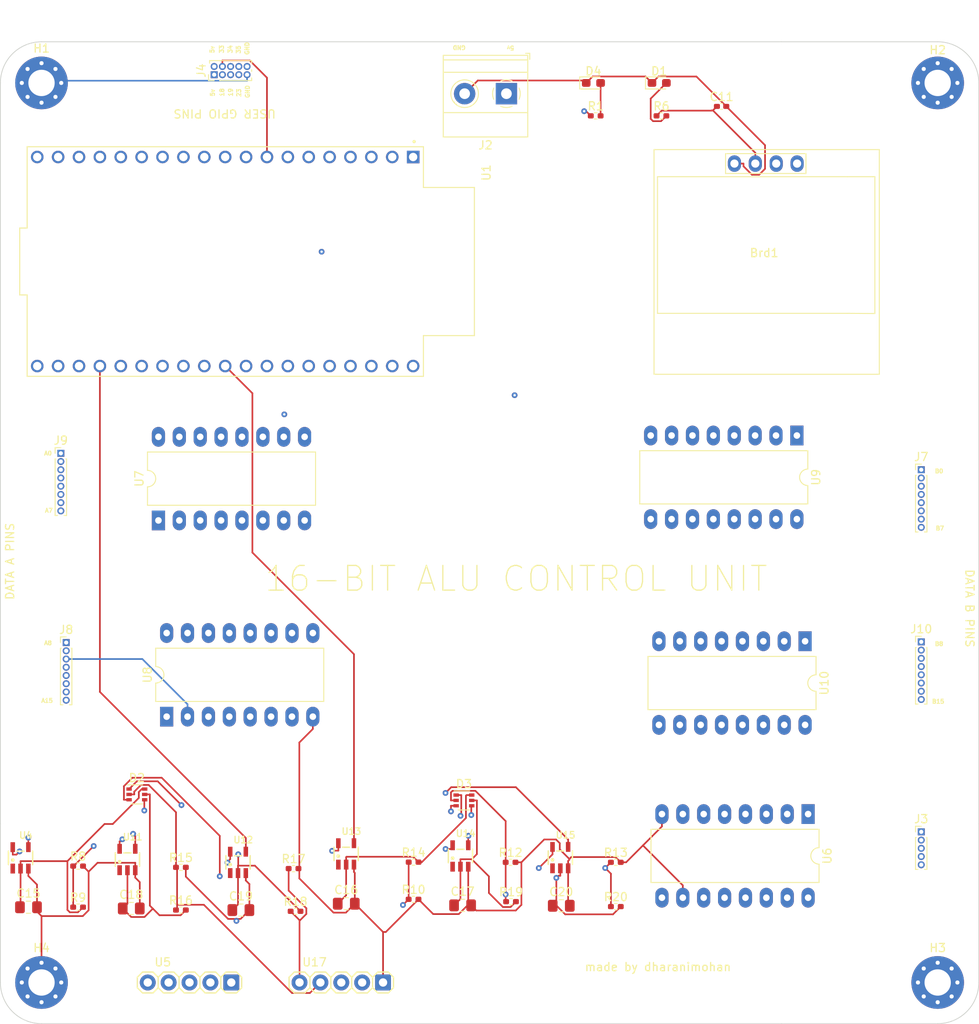
<source format=kicad_pcb>
(kicad_pcb (version 20221018) (generator pcbnew)
  (layers (0 "F.Cu" signal) (1 "In1.Cu" signal) (2 "In2.Cu" signal) (31 "B.Cu" signal) (34 "B.Paste" user) (35 "F.Paste" user) (36 "B.SilkS" user "B.Silkscreen") (37 "F.SilkS" user "F.Silkscreen") (38 "B.Mask" user) (39 "F.Mask" user) (44 "Edge.Cuts" user))
  (net 0 "")
  (net 1 "/SDA")
  (net 2 "/SCK")
  (net 3 "+5V")
  (net 4 "+3.3V")
  (net 5 "Net-(D2A-K)")
  (net 6 "Net-(D3A-K)")
  (net 7 "Net-(D3B-K)")
  (net 8 "Net-(D2B-K)")
  (net 9 "Net-(D2C-K)")
  (net 10 "Net-(D3C-K)")
  (net 11 "Net-(D1-A)")
  (net 12 "Net-(D2A-A)")
  (net 13 "Net-(D2B-A)")
  (net 14 "Net-(D2C-A)")
  (net 15 "Net-(D3A-A)")
  (net 16 "Net-(D3B-A)")
  (net 17 "Net-(D3C-A)")
  (net 18 "Net-(D4-A)")
  (net 19 "Net-(J3-Pin_1)")
  (net 20 "Net-(J3-Pin_2)")
  (net 21 "Net-(J3-Pin_3)")
  (net 22 "Net-(J3-Pin_4)")
  (net 23 "Net-(J3-Pin_5)")
  (net 24 "/GPIO18")
  (net 25 "/GPIO33")
  (net 26 "/GPIO19")
  (net 27 "/GPIO34")
  (net 28 "/GPIO23")
  (net 29 "/GPIO35")
  (net 30 "Net-(J7-Pin_1)")
  (net 31 "Net-(J7-Pin_2)")
  (net 32 "Net-(J7-Pin_3)")
  (net 33 "Net-(J7-Pin_4)")
  (net 34 "Net-(J7-Pin_5)")
  (net 35 "Net-(J7-Pin_6)")
  (net 36 "Net-(J7-Pin_7)")
  (net 37 "Net-(J7-Pin_8)")
  (net 38 "Net-(J8-Pin_1)")
  (net 39 "Net-(J8-Pin_2)")
  (net 40 "Net-(J8-Pin_3)")
  (net 41 "Net-(J8-Pin_4)")
  (net 42 "Net-(J8-Pin_5)")
  (net 43 "Net-(J8-Pin_6)")
  (net 44 "Net-(J8-Pin_7)")
  (net 45 "Net-(J8-Pin_8)")
  (net 46 "Net-(J9-Pin_1)")
  (net 47 "Net-(J9-Pin_2)")
  (net 48 "Net-(J9-Pin_3)")
  (net 49 "Net-(J9-Pin_4)")
  (net 50 "Net-(J9-Pin_5)")
  (net 51 "Net-(J9-Pin_6)")
  (net 52 "Net-(J9-Pin_7)")
  (net 53 "Net-(J9-Pin_8)")
  (net 54 "Net-(J10-Pin_1)")
  (net 55 "Net-(J10-Pin_2)")
  (net 56 "Net-(J10-Pin_3)")
  (net 57 "Net-(J10-Pin_4)")
  (net 58 "Net-(J10-Pin_5)")
  (net 59 "Net-(J10-Pin_6)")
  (net 60 "Net-(J10-Pin_7)")
  (net 61 "Net-(J10-Pin_8)")
  (net 62 "/LED_BUILT_IN")
  (net 66 "/CD_PIN")
  (net 67 "/DATA_A")
  (net 68 "/LATCH_PIN")
  (net 69 "/CLOCK_PIN")
  (net 70 "/CLATCH_PIN")
  (net 71 "/DATA_B")
  (net 79 "/OUTPUTA")
  (net 80 "/OUTPUTB")
  (net 81 "/SELECT_SW")
  (net 82 "/CCLOCK_PIN")
  (net 83 "/CLK")
  (net 84 "/DT")
  (net 85 "/SW")
  (net 94 "Net-(U7-QH')")
  (net 96 "Net-(U10-SER)")
  (net 103 "GND")
  (footprint "Package_DIP:DIP-16_W10.16mm_LongPads" (layer "F.Cu") (at 179.24 133.84 -90)
    (fp_text reference "U6")
    (fp_text value "74HC595")
  )
  (footprint "KY-040:KY-040-PORT" (layer "F.Cu") (at 105.27 154.3029)
    (fp_text reference "U5")
    (fp_text value "KY-040")
  )
  (footprint "Resistor_SMD:R_0402_1005Metric_Pad0.72x0.64mm_HandSolder" (layer "F.Cu") (at 161.4025 49)
    (fp_text reference "R6")
    (fp_text value "1K")
  )
  (footprint "Capacitor_SMD:C_0805_2012Metric_Pad1.18x1.45mm_HandSolder" (layer "F.Cu") (at 96.9125 145.31)
    (fp_text reference "C18")
    (fp_text value "4.7uf")
  )
  (footprint "ESP32-DEVKITC:MODULE_ESP32-DEVKITC" (layer "F.Cu") (at 108.35 66.7 -90)
    (fp_text reference "U1")
    (fp_text value "ESP32-DEVKITC")
  )
  (footprint "Connector_PinHeader_1.00mm:PinHeader_1x08_P1.00mm_Vertical" (layer "F.Cu") (at 193 92)
    (fp_text reference "J7")
    (fp_text value "Conn_01x08_Pin")
  )
  (footprint "Connector_PinHeader_1.00mm:PinHeader_1x08_P1.00mm_Vertical" (layer "F.Cu") (at 89 113)
    (fp_text reference "J8")
    (fp_text value "Conn_01x08_Pin")
  )
  (footprint "Connector_PinHeader_1.00mm:PinHeader_1x08_P1.00mm_Vertical" (layer "F.Cu") (at 88.35 90)
    (fp_text reference "J9")
    (fp_text value "Conn_01x08_Pin")
  )
  (footprint "LED_SMD:LED_0603_1608Metric_Pad1.05x0.95mm_HandSolder" (layer "F.Cu") (at 153.125 45)
    (fp_text reference "D4")
    (fp_text value "LED")
  )
  (footprint "Capacitor_SMD:C_0805_2012Metric_Pad1.18x1.45mm_HandSolder" (layer "F.Cu") (at 84.4125 145.16)
    (fp_text reference "C15")
    (fp_text value "4.7uf")
  )
  (footprint "Capacitor_SMD:C_0805_2012Metric_Pad1.18x1.45mm_HandSolder" (layer "F.Cu") (at 110.2485 145.5049)
    (fp_text reference "C19")
    (fp_text value "4.7uf")
  )
  (footprint "Resistor_SMD:R_0402_1005Metric_Pad0.72x0.64mm_HandSolder" (layer "F.Cu") (at 131.255 139.68)
    (fp_text reference "R14")
    (fp_text value "300")
  )
  (footprint "SN74LVC1G17:SOT23-5" (layer "F.Cu") (at 123.0525 138.68)
    (fp_text reference "U13")
    (fp_text value "74LVC1G17")
  )
  (footprint "Resistor_SMD:R_0402_1005Metric_Pad0.72x0.64mm_HandSolder" (layer "F.Cu") (at 143.05 139.7)
    (fp_text reference "R12")
    (fp_text value "20K")
  )
  (footprint "Resistor_SMD:R_0402_1005Metric_Pad0.72x0.64mm_HandSolder" (layer "F.Cu") (at 90.45 140.16)
    (fp_text reference "R8")
    (fp_text value "20K")
  )
  (footprint "Package_TO_SOT_SMD:SOT-363_SC-70-6" (layer "F.Cu") (at 137.3775 132.18)
    (fp_text reference "D3")
    (fp_text value "BAS16TW")
  )
  (footprint "Resistor_SMD:R_0402_1005Metric_Pad0.72x0.64mm_HandSolder" (layer "F.Cu") (at 131.2491 144.195)
    (fp_text reference "R10")
    (fp_text value "20K")
  )
  (footprint "Connector_PinHeader_1.00mm:PinHeader_1x08_P1.00mm_Vertical" (layer "F.Cu") (at 193 112.915)
    (fp_text reference "J10")
    (fp_text value "Conn_01x08_Pin")
  )
  (footprint "Resistor_SMD:R_0402_1005Metric_Pad0.72x0.64mm_HandSolder" (layer "F.Cu") (at 102.9525 140.31)
    (fp_text reference "R15")
    (fp_text value "20K")
  )
  (footprint "Resistor_SMD:R_0402_1005Metric_Pad0.72x0.64mm_HandSolder" (layer "F.Cu") (at 153.4025 49)
    (fp_text reference "R1")
    (fp_text value "1K")
  )
  (footprint "Resistor_SMD:R_0402_1005Metric_Pad0.72x0.64mm_HandSolder" (layer "F.Cu") (at 155.8525 145.08)
    (fp_text reference "R20")
    (fp_text value "300")
  )
  (footprint "MountingHole:MountingHole_3.2mm_M3_Pad_Via" (layer "F.Cu") (at 86 154.3029)
    (fp_text reference "H4")
    (fp_text value "Hole_Pad")
  )
  (footprint "Package_DIP:DIP-16_W10.16mm_LongPads" (layer "F.Cu") (at 178.875 112.84 -90)
    (fp_text reference "U10")
    (fp_text value "74HC595")
  )
  (footprint "MountingHole:MountingHole_3.2mm_M3_Pad_Via" (layer "F.Cu") (at 86 45)
    (fp_text reference "H1")
    (fp_text value "Hole_Pad")
  )
  (footprint "SSD1306:128x64OLED" (layer "F.Cu") (at 173.9 65.4)
    (fp_text reference "Brd1")
    (fp_text value "SH1106")
  )
  (footprint "Connector_PinHeader_1.00mm:PinHeader_2x05_P1.00mm_Vertical" (layer "F.Cu") (at 107 44 90)
    (fp_text reference "J4")
    (fp_text value "Conn_02x05_Odd_Even")
  )
  (footprint "SN74LVC1G17:SOT23-5" (layer "F.Cu") (at 96.45 139.36)
    (fp_text reference "U11")
    (fp_text value "74LVC1G17")
  )
  (footprint "MountingHole:MountingHole_3.2mm_M3_Pad_Via" (layer "F.Cu") (at 195 154.3029)
    (fp_text reference "H3")
    (fp_text value "Hole_Pad")
  )
  (footprint "MountingHole:MountingHole_3.2mm_M3_Pad_Via" (layer "F.Cu") (at 195 45)
    (fp_text reference "H2")
    (fp_text value "Hole_Pad")
  )
  (footprint "Package_DIP:DIP-16_W10.16mm_LongPads" (layer "F.Cu") (at 101.22 122 90)
    (fp_text reference "U8")
    (fp_text value "74HC595")
  )
  (footprint "Package_DIP:DIP-16_W10.16mm_LongPads" (layer "F.Cu") (at 177.875 87.84 -90)
    (fp_text reference "U9")
    (fp_text value "74HC595")
  )
  (footprint "Capacitor_SMD:C_0805_2012Metric_Pad1.18x1.45mm_HandSolder" (layer "F.Cu") (at 123.065 144.73)
    (fp_text reference "C16")
    (fp_text value "4.7uf")
  )
  (footprint "Capacitor_SMD:C_0805_2012Metric_Pad1.18x1.45mm_HandSolder" (layer "F.Cu") (at 137.215 144.93)
    (fp_text reference "C17")
    (fp_text value "4.7uf")
  )
  (footprint "Capacitor_SMD:C_0402_1005Metric_Pad0.74x0.62mm_HandSolder" (layer "F.Cu") (at 168.7175 47.85)
    (fp_text reference "C11")
    (fp_text value "100nf")
  )
  (footprint "Resistor_SMD:R_0402_1005Metric_Pad0.72x0.64mm_HandSolder" (layer "F.Cu") (at 116.8975 145.65)
    (fp_text reference "R18")
    (fp_text value "300")
  )
  (footprint "Resistor_SMD:R_0402_1005Metric_Pad0.72x0.64mm_HandSolder" (layer "F.Cu") (at 143.105 144.48)
    (fp_text reference "R19")
    (fp_text value "300")
  )
  (footprint "Package_DIP:DIP-16_W10.16mm_LongPads" (layer "F.Cu") (at 100.22 98.16 90)
    (fp_text reference "U7")
    (fp_text value "74HC595")
  )
  (footprint "SN74LVC1G17:SOT23-5" (layer "F.Cu") (at 149.1025 139.13)
    (fp_text reference "U15")
    (fp_text value "74LVC1G17")
  )
  (footprint "Capacitor_SMD:C_0805_2012Metric_Pad1.18x1.45mm_HandSolder" (layer "F.Cu") (at 149.215 144.98)
    (fp_text reference "C20")
    (fp_text value "4.7uf")
  )
  (footprint "Connector_PinHeader_1.00mm:PinHeader_1x05_P1.00mm_Vertical" (layer "F.Cu") (at 193 136)
    (fp_text reference "J3")
    (fp_text value "Conn_01x05_Pin")
  )
  (footprint "KY-040:KY-040-PORT" (layer "F.Cu") (at 123.73 154.3029)
    (fp_text reference "U17")
    (fp_text value "KY-040")
  )
  (footprint "SN74LVC1G17:SOT23-5" (layer "F.Cu") (at 136.9525 138.93)
    (fp_text reference "U14")
    (fp_text value "74LVC1G17")
  )
  (footprint "SN74LVC1G17:SOT23-5" (layer "F.Cu") (at 83.45 139.16)
    (fp_text reference "U4")
    (fp_text value "74LVC1G17")
  )
  (footprint "LED_SMD:LED_0603_1608Metric_Pad1.05x0.95mm_HandSolder" (layer "F.Cu") (at 161.125 45)
    (fp_text reference "D1")
    (fp_text value "LED")
  )
  (footprint "Resistor_SMD:R_0402_1005Metric_Pad0.72x0.64mm_HandSolder" (layer "F.Cu") (at 90.45 145.15)
    (fp_text reference "R9")
    (fp_text value "300")
  )
  (footprint "Resistor_SMD:R_0402_1005Metric_Pad0.72x0.64mm_HandSolder" (layer "F.Cu") (at 155.85 139.7)
    (fp_text reference "R13")
    (fp_text value "20K")
  )
  (footprint "Resistor_SMD:R_0402_1005Metric_Pad0.72x0.64mm_HandSolder" (layer "F.Cu") (at 102.9525 145.5)
    (fp_text reference "R16")
    (fp_text value "300")
  )
  (footprint "Resistor_SMD:R_0402_1005Metric_Pad0.72x0.64mm_HandSolder" (layer "F.Cu") (at 116.6525 140.46)
    (fp_text reference "R17")
    (fp_text value "20K")
  )
  (footprint "Package_TO_SOT_SMD:SOT-363_SC-70-6" (layer "F.Cu") (at 97.6 131.45)
    (fp_text reference "D2")
    (fp_text value "BAS16TW")
  )
  (footprint "SN74LVC1G17:SOT23-5" (layer "F.Cu") (at 109.9 139.71)
    (fp_text reference "U12")
    (fp_text value "74LVC1G17")
  )
  (footprint "TerminalBlock_Phoenix:TerminalBlock_Phoenix_MKDS-1,5-2-5.08_1x02_P5.08mm_Horizontal" (layer "F.Cu") (at 142.545 46.305 180)
    (fp_text reference "J2")
    (fp_text value "Screw_Terminal_01x02")
  )
  (gr_line (start 81 45) (end 81 135) (stroke (width 0.1)) (layer "Edge.Cuts"))
  (gr_arc (start 195 40) (mid 198.535534 41.464466) (end 200 45) (stroke (width 0.1)) (layer "Edge.Cuts"))
  (gr_line (start 176 40) (end 195 40) (stroke (width 0.1)) (layer "Edge.Cuts"))
  (gr_line (start 81 154.302944) (end 81 135) (stroke (width 0.1)) (layer "Edge.Cuts"))
  (gr_arc (start 81 45) (mid 82.464466 41.464466) (end 86 40) (stroke (width 0.1)) (layer "Edge.Cuts"))
  (gr_line (start 176 40) (end 86 40) (stroke (width 0.1)) (layer "Edge.Cuts"))
  (gr_line (start 200 135) (end 200 45) (stroke (width 0.1)) (layer "Edge.Cuts"))
  (gr_line (start 176 159.302944) (end 195 159.302944) (stroke (width 0.1)) (layer "Edge.Cuts"))
  (gr_line (start 200 135) (end 200 154.302944) (stroke (width 0.1)) (layer "Edge.Cuts"))
  (gr_arc (start 200 154.302944) (mid 198.535534 157.838478) (end 195 159.302944) (stroke (width 0.1)) (layer "Edge.Cuts"))
  (gr_line (start 86 159.302944) (end 176 159.302944) (stroke (width 0.1)) (layer "Edge.Cuts"))
  (gr_arc (start 86 159.302944) (mid 82.464466 157.838478) (end 81 154.302944) (stroke (width 0.1)) (layer "Edge.Cuts"))
  (gr_text "16-BIT ALU CONTROL UNIT" (at 113 107) (layer "F.SilkS") (effects (font (size 3 3)) (justify left bottom)))
  (gr_text "GND" (at 111.35 46.9 90) (layer "F.SilkS") (effects (font (size 0.5 0.5) (thickness 0.125)) (justify left bottom)))
  (gr_text "DATA A PINS" (at 82.75 107.9 90) (layer "F.SilkS") (effects (font (size 1 1)) (justify left bottom)))
  (gr_text "B0" (at 194.6 92.46) (layer "F.SilkS") (effects (font (size 0.5 0.5) (thickness 0.125) bold) (justify left bottom)))
  (gr_text "A7" (at 86.35 97.25) (layer "F.SilkS") (effects (font (size 0.5 0.5) (thickness 0.125) bold) (justify left bottom)))
  (gr_text "A15" (at 85.9 120.35) (layer "F.SilkS") (effects (font (size 0.5 0.5) (thickness 0.125) bold) (justify left bottom)))
  (gr_text "35" (at 110.25 41.5 90) (layer "F.SilkS") (effects (font (size 0.5 0.5) (thickness 0.125)) (justify left bottom)))
  (gr_text "19" (at 109.3 46.7 90) (layer "F.SilkS") (effects (font (size 0.5 0.5) (thickness 0.125)) (justify left bottom)))
  (gr_text "33" (at 108.2 41.45 90) (layer "F.SilkS") (effects (font (size 0.5 0.5) (thickness 0.125)) (justify left bottom)))
  (gr_text "5v" (at 143.55 40.45 180) (layer "F.SilkS") (effects (font (size 0.5 0.5) (thickness 0.125) bold) (justify left bottom)))
  (gr_text "USER GPIO PINS" (at 114.59 48.14 180) (layer "F.SilkS") (effects (font (size 1 1)) (justify left bottom)))
  (gr_text "made by dharanimohan" (at 152 153) (layer "F.SilkS") (effects (font (size 1 1)) (justify left bottom)))
  (gr_text "GND" (at 111.3 41.65 90) (layer "F.SilkS") (effects (font (size 0.5 0.5) (thickness 0.125)) (justify left bottom)))
  (gr_text "A0" (at 86.25 90.3) (layer "F.SilkS") (effects (font (size 0.5 0.5) (thickness 0.125) bold) (justify left bottom)))
  (gr_text "5v\n" (at 107.1 46.7 90) (layer "F.SilkS") (effects (font (size 0.5 0.5) (thickness 0.125)) (justify left bottom)))
  (gr_text "B15" (at 194.25 120.45) (layer "F.SilkS") (effects (font (size 0.5 0.5) (thickness 0.125) bold) (justify left bottom)))
  (gr_text "18\n" (at 108.25 46.7 90) (layer "F.SilkS") (effects (font (size 0.5 0.5) (thickness 0.125)) (justify left bottom)))
  (gr_text "34\n" (at 109.25 41.45 90) (layer "F.SilkS") (effects (font (size 0.5 0.5) (thickness 0.125)) (justify left bottom)))
  (gr_text "A8" (at 86.25 113.35) (layer "F.SilkS") (effects (font (size 0.5 0.5) (thickness 0.125) bold) (justify left bottom)))
  (gr_text "B7" (at 194.7 99.41) (layer "F.SilkS") (effects (font (size 0.5 0.5) (thickness 0.125) bold) (justify left bottom)))
  (gr_text "5v\n" (at 107.05 41.45 90) (layer "F.SilkS") (effects (font (size 0.5 0.5) (thickness 0.125)) (justify left bottom)))
  (gr_text "DATA B PINS" (at 198.3 104 270) (layer "F.SilkS") (effects (font (size 1 1)) (justify left bottom)))
  (gr_text "GND" (at 137.65 40.4 180) (layer "F.SilkS") (effects (font (size 0.5 0.5) (thickness 0.125) bold) (justify left bottom)))
  (gr_text "23" (at 110.3 46.75 90) (layer "F.SilkS") (effects (font (size 0.5 0.5) (thickness 0.125)) (justify left bottom)))
  (gr_text "B8" (at 194.6 113.45) (layer "F.SilkS") (effects (font (size 0.5 0.5) (thickness 0.125) bold) (justify left bottom)))
  (segment (start 122.1025 138.2818) (end 121.3698 138.2818) (width 0.2) (layer "F.Cu") (net 3))
  (segment (start 82.5 138.7618) (end 82.9512 138.7618) (width 0.2) (layer "F.Cu") (net 3))
  (segment (start 135.1438 138.0801) (end 136.0025 138.0801) (width 0.2) (layer "F.Cu") (net 3))
  (segment (start 122.1025 137.3799) (end 122.1025 138.2818) (width 0.2) (layer "F.Cu") (net 3))
  (segment (start 95.5758 137.158) (end 95.5 137.158) (width 0.2) (layer "F.Cu") (net 3))
  (segment (start 108.6203 139.6415) (end 108.95 139.3118) (width 0.2) (layer "F.Cu") (net 3))
  (segment (start 148.1525 137.8299) (end 148.1525 138.7318) (width 0.2) (layer "F.Cu") (net 3))
  (segment (start 136.0025 137.6299) (end 136.0025 138.0801) (width 0.2) (layer "F.Cu") (net 3))
  (segment (start 82.9512 138.7618) (end 83.3358 138.3772) (width 0.2) (layer "F.Cu") (net 3))
  (segment (start 95.8297 136.9041) (end 95.5758 137.158) (width 0.2) (layer "F.Cu") (net 3))
  (segment (start 108.95 138.4099) (end 108.95 139.3118) (width 0.2) (layer "F.Cu") (net 3))
  (segment (start 108.6203 139.7343) (end 108.6203 139.6415) (width 0.2) (layer "F.Cu") (net 3))
  (segment (start 95.5 138.0599) (end 95.5 137.158) (width 0.2) (layer "F.Cu") (net 3))
  (segment (start 146.4844 140.3999) (end 148.1525 138.7318) (width 0.2) (layer "F.Cu") (net 3))
  (segment (start 82.5 137.8599) (end 82.5 138.7618) (width 0.2) (layer "F.Cu") (net 3))
  (segment (start 121.3698 138.2818) (end 121.3455 138.3061) (width 0.2) (layer "F.Cu") (net 3))
  (via (at 108.6203 139.7343) (size 0.7) (drill 0.3) (layers "F.Cu" "B.Cu") (net 3))
  (via (at 146.4844 140.3999) (size 0.7) (drill 0.3) (layers "F.Cu" "B.Cu") (net 3))
  (via (at 83.3358 138.3772) (size 0.7) (drill 0.3) (layers "F.Cu" "B.Cu") (net 3))
  (via (at 135.1438 138.0801) (size 0.7) (drill 0.3) (layers "F.Cu" "B.Cu") (net 3))
  (via (at 95.8297 136.9041) (size 0.7) (drill 0.3) (layers "F.Cu" "B.Cu") (net 3))
  (via (at 121.3455 138.3061) (size 0.7) (drill 0.3) (layers "F.Cu" "B.Cu") (net 3))
  (segment (start 167.4748 48.365) (end 167.5008 48.339) (width 0.2) (layer "F.Cu") (net 4))
  (segment (start 172.82 54.8) (end 172.82 53.4981) (width 0.2) (layer "F.Cu") (net 4))
  (segment (start 167.661 48.339) (end 172.82 53.4981) (width 0.2) (layer "F.Cu") (net 4))
  (segment (start 160.805 49) (end 161.44 48.365) (width 0.2) (layer "F.Cu") (net 4))
  (segment (start 168.15 47.85) (end 167.661 48.339) (width 0.2) (layer "F.Cu") (net 4))
  (segment (start 167.6609 48.339) (end 167.661 48.339) (width 0.2) (layer "F.Cu") (net 4))
  (segment (start 167.5008 48.339) (end 167.6609 48.339) (width 0.2) (layer "F.Cu") (net 4))
  (segment (start 161.44 48.365) (end 167.4748 48.365) (width 0.2) (layer "F.Cu") (net 4))
  (segment (start 89.4465 145.7752) (end 90.4223 145.7752) (width 0.2) (layer "F.Cu") (net 5))
  (segment (start 97.8342 131.1593) (end 98.1935 130.8) (width 0.2) (layer "F.Cu") (net 5))
  (segment (start 90.4223 145.7752) (end 91.0475 145.15) (width 0.2) (layer "F.Cu") (net 5))
  (segment (start 94.6672 135.0452) (end 97.8342 131.8782) (width 0.2) (layer "F.Cu") (net 5))
  (segment (start 89.1503 139.5582) (end 89.1503 145.479) (width 0.2) (layer "F.Cu") (net 5))
  (segment (start 89.1503 145.479) (end 89.4465 145.7752) (width 0.2) (layer "F.Cu") (net 5))
  (segment (start 89.1503 139.5582) (end 83.45 139.5582) (width 0.2) (layer "F.Cu") (net 5))
  (segment (start 98.1935 130.8) (end 98.55 130.8) (width 0.2) (layer "F.Cu") (net 5))
  (segment (start 89.1503 139.5582) (end 93.6633 135.0452) (width 0.2) (layer "F.Cu") (net 5))
  (segment (start 97.8342 131.8782) (end 97.8342 131.1593) (width 0.2) (layer "F.Cu") (net 5))
  (segment (start 83.45 145.085) (end 83.45 140.4601) (width 0.2) (layer "F.Cu") (net 5))
  (segment (start 93.6633 135.0452) (end 94.6672 135.0452) (width 0.2) (layer "F.Cu") (net 5))
  (segment (start 83.45 140.4601) (end 83.45 139.5582) (width 0.2) (layer "F.Cu") (net 5))
  (segment (start 83.375 145.16) (end 83.45 145.085) (width 0.2) (layer "F.Cu") (net 5))
  (segment (start 137.7006 131.53) (end 137.6213 131.6093) (width 0.2) (layer "F.Cu") (net 6))
  (segment (start 137.6213 134.316) (end 132.2573 139.68) (width 0.2) (layer "F.Cu") (net 6))
  (segment (start 123.1063 139.0244) (end 131.1969 139.0244) (width 0.2) (layer "F.Cu") (net 6))
  (segment (start 137.6213 131.6093) (end 137.6213 134.316) (width 0.2) (layer "F.Cu") (net 6))
  (segment (start 123.0525 143.705) (end 123.0525 139.9801) (width 0.2) (layer "F.Cu") (net 6))
  (segment (start 132.2573 139.68) (end 131.8525 139.68) (width 0.2) (layer "F.Cu") (net 6))
  (segment (start 123.0525 139.9801) (end 123.0525 139.0782) (width 0.2) (layer "F.Cu") (net 6))
  (segment (start 122.0275 144.73) (end 123.0525 143.705) (width 0.2) (layer "F.Cu") (net 6))
  (segment (start 138.3275 131.53) (end 137.7006 131.53) (width 0.2) (layer "F.Cu") (net 6))
  (segment (start 131.1969 139.0244) (end 131.8525 139.68) (width 0.2) (layer "F.Cu") (net 6))
  (segment (start 123.0525 139.0782) (end 123.1063 139.0244) (width 0.2) (layer "F.Cu") (net 6))
  (segment (start 136.1775 144.93) (end 136.9525 144.155) (width 0.2) (layer "F.Cu") (net 7))
  (segment (start 140.4162 141.4121) (end 140.4162 143.4289) (width 0.2) (layer "F.Cu") (net 7))
  (segment (start 140.4162 143.4289) (end 142.1211 145.1338) (width 0.2) (layer "F.Cu") (net 7))
  (segment (start 136.9525 139.3282) (end 138.3323 139.3282) (width 0.2) (layer "F.Cu") (net 7))
  (segment (start 138.9544 138.7061) (end 138.9544 132.18) (width 0.2) (layer "F.Cu") (net 7))
  (segment (start 143.0487 145.1338) (end 143.7025 144.48) (width 0.2) (layer "F.Cu") (net 7))
  (segment (start 136.9525 144.155) (end 136.9525 140.2301) (width 0.2) (layer "F.Cu") (net 7))
  (segment (start 138.3323 139.3282) (end 140.4162 141.4121) (width 0.2) (layer "F.Cu") (net 7))
  (segment (start 138.3275 132.18) (end 138.9544 132.18) (width 0.2) (layer "F.Cu") (net 7))
  (segment (start 136.9525 140.2301) (end 136.9525 139.3282) (width 0.2) (layer "F.Cu") (net 7))
  (segment (start 138.3323 139.3282) (end 138.9544 138.7061) (width 0.2) (layer "F.Cu") (net 7))
  (segment (start 142.1211 145.1338) (end 143.0487 145.1338) (width 0.2) (layer "F.Cu") (net 7))
  (segment (start 99.1769 131.45) (end 99.1769 144.9656) (width 0.2) (layer "F.Cu") (net 8))
  (segment (start 102.9173 146.1327) (end 103.55 145.5) (width 0.2) (layer "F.Cu") (net 8))
  (segment (start 96.45 144.735) (end 96.45 140.6601) (width 0.2) (layer "F.Cu") (net 8))
  (segment (start 98.5283 146.3436) (end 96.9086 146.3436) (width 0.2) (layer "F.Cu") (net 8))
  (segment (start 99.1769 144.9656) (end 99.5416 145.3303) (width 0.2) (layer "F.Cu") (net 8))
  (segment (start 100.344 146.1327) (end 102.9173 146.1327) (width 0.2) (layer "F.Cu") (net 8))
  (segment (start 98.55 131.45) (end 99.1769 131.45) (width 0.2) (layer "F.Cu") (net 8))
  (segment (start 95.875 145.31) (end 96.45 144.735) (width 0.2) (layer "F.Cu") (net 8))
  (segment (start 96.9086 146.3436) (end 95.875 145.31) (width 0.2) (layer "F.Cu") (net 8))
  (segment (start 99.5416 145.3303) (end 98.5283 146.3436) (width 0.2) (layer "F.Cu") (net 8))
  (segment (start 99.5416 145.3303) (end 100.344 146.1327) (width 0.2) (layer "F.Cu") (net 8))
  (segment (start 98.503 132.147) (end 98.503 133.4061) (width 0.2) (layer "F.Cu") (net 9))
  (segment (start 98.55 132.1) (end 98.503 132.147) (width 0.2) (layer "F.Cu") (net 9))
  (segment (start 109.9262 140.082) (end 109.9 140.1082) (width 0.2) (layer "F.Cu") (net 9))
  (segment (start 109.9 141.0101) (end 109.9 144.8159) (width 0.2) (layer "F.Cu") (net 9))
  (segment (start 117.495 145.65) (end 111.9532 140.1082) (width 0.2) (layer "F.Cu") (net 9))
  (segment (start 109.9262 138.7268) (end 109.9262 140.082) (width 0.2) (layer "F.Cu") (net 9))
  (segment (start 109.9 144.8159) (end 109.211 145.5049) (width 0.2) (layer "F.Cu") (net 9))
  (segment (start 109.9 141.0101) (end 109.9 140.1082) (width 0.2) (layer "F.Cu") (net 9))
  (segment (start 111.9532 140.1082) (end 109.9 140.1082) (width 0.2) (layer "F.Cu") (net 9))
  (via (at 109.9262 138.7268) (size 0.7) (drill 0.3) (layers "F.Cu" "B.Cu") (net 9))
  (via (at 98.503 133.4061) (size 0.7) (drill 0.3) (layers "F.Cu" "B.Cu") (net 9))
  (segment (start 148.4148 144.7426) (end 148.4149 144.7426) (width 0.2) (layer "F.Cu") (net 10))
  (segment (start 149.1025 141.332) (end 148.8767 141.332) (width 0.2) (layer "F.Cu") (net 10))
  (segment (start 138.2732 132.8843) (end 138.2732 133.956) (width 0.2) (layer "F.Cu") (net 10))
  (segment (start 149.1025 140.4301) (end 149.1025 141.332) (width 0.2) (layer "F.Cu") (net 10))
  (segment (start 148.6176 141.5911) (end 148.6176 144.5398) (width 0.2) (layer "F.Cu") (net 10))
  (segment (start 138.3275 132.83) (end 138.2732 132.8843) (width 0.2) (layer "F.Cu") (net 10))
  (segment (start 148.6176 144.5398) (end 148.4148 144.7426) (width 0.2) (layer "F.Cu") (net 10))
  (segment (start 148.8767 141.332) (end 148.6176 141.5911) (width 0.2) (layer "F.Cu") (net 10))
  (segment (start 155.5073 146.0227) (end 149.6949 146.0227) (width 0.2) (layer "F.Cu") (net 10))
  (segment (start 156.45 145.08) (end 155.5073 146.0227) (width 0.2) (layer "F.Cu") (net 10))
  (segment (start 148.4149 144.7426) (end 148.1775 144.98) (width 0.2) (layer "F.Cu") (net 10))
  (segment (start 149.6949 146.0227) (end 148.4149 144.7426) (width 0.2) (layer "F.Cu") (net 10))
  (via (at 138.2732 133.956) (size 0.7) (drill 0.3) (layers "F.Cu" "B.Cu") (net 10))
  (via (at 148.6176 141.5911) (size 0.7) (drill 0.3) (layers "F.Cu" "B.Cu") (net 10))
  (segment (start 161.3536 49.6464) (end 162 49) (width 0.2) (layer "F.Cu") (net 11))
  (segment (start 162 45) (end 160.0934 46.9066) (width 0.2) (layer "F.Cu") (net 11))
  (segment (start 160.0934 49.3605) (end 160.3793 49.6464) (width 0.2) (layer "F.Cu") (net 11))
  (segment (start 160.0934 46.9066) (end 160.0934 49.3605) (width 0.2) (layer "F.Cu") (net 11))
  (segment (start 160.3793 49.6464) (end 161.3536 49.6464) (width 0.2) (layer "F.Cu") (net 11))
  (segment (start 89.8525 140.16) (end 89.8525 145.15) (width 0.2) (layer "F.Cu") (net 12))
  (segment (start 100.1307 129.8588) (end 103.0208 132.7489) (width 0.2) (layer "F.Cu") (net 12))
  (segment (start 92.3457 137.7237) (end 89.9094 140.16) (width 0.2) (layer "F.Cu") (net 12))
  (segment (start 96.65 130.8) (end 97.5912 129.8588) (width 0.2) (layer "F.Cu") (net 12))
  (segment (start 89.9094 140.16) (end 89.8525 140.16) (width 0.2) (layer "F.Cu") (net 12))
  (segment (start 97.5912 129.8588) (end 100.1307 129.8588) (width 0.2) (layer "F.Cu") (net 12))
  (via (at 92.3457 137.7237) (size 0.7) (drill 0.3) (layers "F.Cu" "B.Cu") (net 12))
  (via (at 103.0208 132.7489) (size 0.7) (drill 0.3) (layers "F.Cu" "B.Cu") (net 12))
  (segment (start 116.462 155.577) (end 118.6459 155.577) (width 0.2) (layer "F.Cu") (net 13))
  (segment (start 105.7431 144.8581) (end 116.462 155.577) (width 0.2) (layer "F.Cu") (net 13))
  (segment (start 97.2769 131.45) (end 97.2769 131.1211) (width 0.2) (layer "F.Cu") (net 13))
  (segment (start 98.0999 130.2981) (end 99.0313 130.2981) (width 0.2) (layer "F.Cu") (net 13))
  (segment (start 102.4891 144.8581) (end 105.7431 144.8581) (width 0.2) (layer "F.Cu") (net 13))
  (segment (start 102.4891 144.8581) (end 102.4891 145.3659) (width 0.2) (layer "F.Cu") (net 13))
  (segment (start 102.355 140.31) (end 102.4891 140.4441) (width 0.2) (layer "F.Cu") (net 13))
  (segment (start 102.355 133.6218) (end 102.355 140.31) (width 0.2) (layer "F.Cu") (net 13))
  (segment (start 96.65 131.45) (end 97.2769 131.45) (width 0.2) (layer "F.Cu") (net 13))
  (segment (start 99.0313 130.2981) (end 102.355 133.6218) (width 0.2) (layer "F.Cu") (net 13))
  (segment (start 97.2769 131.1211) (end 98.0999 130.2981) (width 0.2) (layer "F.Cu") (net 13))
  (segment (start 118.6459 155.577) (end 119.92 154.3029) (width 0.2) (layer "F.Cu") (net 13))
  (segment (start 102.4891 140.4441) (end 102.4891 144.8581) (width 0.2) (layer "F.Cu") (net 13))
  (segment (start 102.4891 145.3659) (end 102.355 145.5) (width 0.2) (layer "F.Cu") (net 13))
  (segment (start 118.2097 145.2855) (end 118.2097 145.9753) (width 0.2) (layer "F.Cu") (net 14))
  (segment (start 100.6161 129.4222) (end 107.6798 136.4859) (width 0.2) (layer "F.Cu") (net 14))
  (segment (start 118.2097 145.9753) (end 117.455 146.73) (width 0.2) (layer "F.Cu") (net 14))
  (segment (start 96.0231 130.4521) (end 97.053 129.4222) (width 0.2) (layer "F.Cu") (net 14))
  (segment (start 116.055 143.1308) (end 118.2097 145.2855) (width 0.2) (layer "F.Cu") (net 14))
  (segment (start 96.65 132.1) (end 96.0231 132.1) (width 0.2) (layer "F.Cu") (net 14))
  (segment (start 117.38 146.73) (end 116.3 145.65) (width 0.2) (layer "F.Cu") (net 14))
  (segment (start 117.38 154.3029) (end 117.38 146.73) (width 0.2) (layer "F.Cu") (net 14))
  (segment (start 97.053 129.4222) (end 100.6161 129.4222) (width 0.2) (layer "F.Cu") (net 14))
  (segment (start 116.055 140.46) (end 116.055 143.1308) (width 0.2) (layer "F.Cu") (net 14))
  (segment (start 117.455 146.73) (end 117.38 146.73) (width 0.2) (layer "F.Cu") (net 14))
  (segment (start 96.0231 132.1) (end 96.0231 130.4521) (width 0.2) (layer "F.Cu") (net 14))
  (segment (start 107.6798 136.4859) (end 107.6798 141.3973) (width 0.2) (layer "F.Cu") (net 14))
  (via (at 107.6798 141.3973) (size 0.7) (drill 0.3) (layers "F.Cu" "B.Cu") (net 14))
  (segment (start 137.0544 133.961) (end 137.0544 131.53) (width 0.2) (layer "F.Cu") (net 15))
  (segment (start 130.6516 144.195) (end 129.9609 144.8857) (width 0.2) (layer "F.Cu") (net 15))
  (segment (start 130.6516 139.6859) (end 130.6516 144.195) (width 0.2) (layer "F.Cu") (net 15))
  (segment (start 136.9637 134.0517) (end 137.0544 133.961) (width 0.2) (layer "F.Cu") (net 15))
  (segment (start 136.4275 131.53) (end 137.0544 131.53) (width 0.2) (layer "F.Cu") (net 15))
  (segment (start 130.6575 139.68) (end 130.6516 139.6859) (width 0.2) (layer "F.Cu") (net 15))
  (via (at 129.9609 144.8857) (size 0.7) (drill 0.3) (layers "F.Cu" "B.Cu") (net 15))
  (via (at 136.9637 134.0517) (size 0.7) (drill 0.3) (layers "F.Cu" "B.Cu") (net 15))
  (segment (start 138.768 131.0115) (end 135.994 131.0115) (width 0.2) (layer "F.Cu") (net 16))
  (segment (start 135.994 131.0115) (end 135.8006 131.2049) (width 0.2) (layer "F.Cu") (net 16))
  (segment (start 135.8006 131.2049) (end 135.8006 132.18) (width 0.2) (layer "F.Cu") (net 16))
  (segment (start 142.4525 139.7) (end 142.4525 134.696) (width 0.2) (layer "F.Cu") (net 16))
  (segment (start 142.4525 134.696) (end 138.768 131.0115) (width 0.2) (layer "F.Cu") (net 16))
  (segment (start 142.4525 144.425) (end 142.4525 143.5995) (width 0.2) (layer "F.Cu") (net 16))
  (segment (start 142.5075 144.48) (end 142.4525 144.425) (width 0.2) (layer "F.Cu") (net 16))
  (segment (start 142.4525 143.5995) (end 142.4525 139.7) (width 0.2) (layer "F.Cu") (net 16))
  (segment (start 136.4275 132.18) (end 135.8006 132.18) (width 0.2) (layer "F.Cu") (net 16))
  (via (at 142.4525 143.5995) (size 0.7) (drill 0.3) (layers "F.Cu" "B.Cu") (net 16))
  (segment (start 154.5619 140.3906) (end 155.255 141.0837) (width 0.2) (layer "F.Cu") (net 17))
  (segment (start 154.5619 140.3906) (end 155.2525 139.7) (width 0.2) (layer "F.Cu") (net 17))
  (segment (start 155.255 141.0837) (end 155.255 145.08) (width 0.2) (layer "F.Cu") (net 17))
  (segment (start 135.8006 132.83) (end 135.8006 133.5147) (width 0.2) (layer "F.Cu") (net 17))
  (segment (start 136.4275 132.83) (end 135.8006 132.83) (width 0.2) (layer "F.Cu") (net 17))
  (via (at 154.5619 140.3906) (size 0.7) (drill 0.3) (layers "F.Cu" "B.Cu") (net 17))
  (via (at 135.8006 133.5147) (size 0.7) (drill 0.3) (layers "F.Cu" "B.Cu") (net 17))
  (segment (start 154 45) (end 154 49) (width 0.2) (layer "F.Cu") (net 18))
  (segment (start 111.3274 42.2731) (end 113.42 44.3657) (width 0.2) (layer "F.Cu") (net 25))
  (segment (start 108 42.2731) (end 111.3274 42.2731) (width 0.2) (layer "F.Cu") (net 25))
  (segment (start 113.42 44.3657) (end 113.42 54) (width 0.2) (layer "F.Cu") (net 25))
  (segment (start 108 43) (end 108 42.2731) (width 0.2) (layer "F.Cu") (net 25))
  (segment (start 103.76 122) (end 103.76 120.4981) (width 0.2) (layer "B.Cu") (net 40))
  (segment (start 103.76 120.4981) (end 98.2619 115) (width 0.2) (layer "B.Cu") (net 40))
  (segment (start 98.2619 115) (end 89 115) (width 0.2) (layer "B.Cu") (net 40))
  (segment (start 152.0023 48.435) (end 152.24 48.435) (width 0.2) (layer "F.Cu") (net 62))
  (segment (start 152.24 48.435) (end 152.805 49) (width 0.2) (layer "F.Cu") (net 62))
  (via (at 152.0023 48.435) (size 0.7) (drill 0.3) (layers "F.Cu" "B.Cu") (net 62))
  (via (at 120.0667 65.507) (size 0.7) (drill 0.3) (layers "F.Cu" "B.Cu") (net 70))
  (via (at 143.5423 82.944) (size 0.7) (drill 0.3) (layers "F.Cu" "B.Cu") (net 70))
  (segment (start 110.85 137.508) (end 110.85 136.7435) (width 0.2) (layer "F.Cu") (net 79))
  (segment (start 110.85 136.7435) (end 93.1 118.9935) (width 0.2) (layer "F.Cu") (net 79))
  (segment (start 93.1 118.9935) (end 93.1 79.4) (width 0.2) (layer "F.Cu") (net 79))
  (segment (start 110.85 138.4099) (end 110.85 137.508) (width 0.2) (layer "F.Cu") (net 79))
  (segment (start 97.1408 136.2395) (end 97.4 136.4987) (width 0.2) (layer "F.Cu") (net 80))
  (segment (start 97.4 136.4987) (end 97.4 138.0599) (width 0.2) (layer "F.Cu") (net 80))
  (via (at 97.1408 136.2395) (size 0.7) (drill 0.3) (layers "F.Cu" "B.Cu") (net 80))
  (segment (start 84.4 137.8599) (end 84.4 136.7051) (width 0.2) (layer "F.Cu") (net 81))
  (via (at 84.4 136.7051) (size 0.7) (drill 0.3) (layers "F.Cu" "B.Cu") (net 81))
  (segment (start 150.0525 136.928) (end 143.6982 130.5737) (width 0.2) (layer "F.Cu") (net 83))
  (segment (start 135.8344 130.5737) (end 135.1356 131.2725) (width 0.2) (layer "F.Cu") (net 83))
  (segment (start 143.6982 130.5737) (end 135.8344 130.5737) (width 0.2) (layer "F.Cu") (net 83))
  (segment (start 150.0525 137.8299) (end 150.0525 136.928) (width 0.2) (layer "F.Cu") (net 83))
  (via (at 135.1356 131.2725) (size 0.7) (drill 0.3) (layers "F.Cu" "B.Cu") (net 83))
  (segment (start 137.9312 136.6993) (end 137.9312 136.4746) (width 0.2) (layer "F.Cu") (net 84))
  (segment (start 137.9025 137.6299) (end 137.9025 136.728) (width 0.2) (layer "F.Cu") (net 84))
  (segment (start 137.9025 136.728) (end 137.9312 136.6993) (width 0.2) (layer "F.Cu") (net 84))
  (via (at 137.9312 136.4746) (size 0.7) (drill 0.3) (layers "F.Cu" "B.Cu") (net 84))
  (via (at 115.5299 85.2723) (size 0.7) (drill 0.3) (layers "F.Cu" "B.Cu") (net 84))
  (segment (start 111.65 82.71) (end 108.34 79.4) (width 0.2) (layer "F.Cu") (net 85))
  (segment (start 124.0025 114.4127) (end 111.65 102.0602) (width 0.2) (layer "F.Cu") (net 85))
  (segment (start 111.65 102.0602) (end 111.65 82.71) (width 0.2) (layer "F.Cu") (net 85))
  (segment (start 124.0025 137.3799) (end 124.0025 114.4127) (width 0.2) (layer "F.Cu") (net 85))
  (segment (start 117.3601 140.46) (end 117.3601 141.6592) (width 0.2) (layer "F.Cu") (net 103))
  (segment (start 138.0338 144.7112) (end 136.7556 145.9894) (width 0.2) (layer "F.Cu") (net 103))
  (segment (start 110.85 141.0101) (end 110.85 141.912) (width 0.2) (layer "F.Cu") (net 103))
  (segment (start 91.729 145.525) (end 91.729 140.8415) (width 0.2) (layer "F.Cu") (net 103))
  (segment (start 117.3601 140.46) (end 117.3601 125.1418) (width 0.2) (layer "F.Cu") (net 103))
  (segment (start 165.6569 44.2219) (end 169.285 47.85) (width 0.2) (layer "F.Cu") (net 103))
  (segment (start 117.3601 141.6592) (end 121.5159 145.815) (width 0.2) (layer "F.Cu") (net 103))
  (segment (start 108.6917 146.5799) (end 103.55 141.4382) (width 0.2) (layer "F.Cu") (net 103))
  (segment (start 172.4071 56.1535) (end 171.3819 55.1283) (width 0.2) (layer "F.Cu") (net 103))
  (segment (start 109.7068 146.5799) (end 108.6917 146.5799) (width 0.2) (layer "F.Cu") (net 103))
  (segment (start 157.1019 139.7) (end 156.4475 139.7) (width 0.2) (layer "F.Cu") (net 103))
  (segment (start 159.1519 137.65) (end 164 142.4981) (width 0.2) (layer "F.Cu") (net 103))
  (segment (start 127.54 154.3029) (end 127.54 148.1675) (width 0.2) (layer "F.Cu") (net 103))
  (segment (start 170.28 54.8) (end 171.3819 54.8) (width 0.2) (layer "F.Cu") (net 103))
  (segment (start 143.6475 139.7) (end 144.3677 139.7) (width 0.2) (layer "F.Cu") (net 103))
  (segment (start 150.0525 140.4301) (end 150.0525 139.5282) (width 0.2) (layer "F.Cu") (net 103))
  (segment (start 138.0338 144.7112) (end 138.2525 144.93) (width 0.2) (layer "F.Cu") (net 103))
  (segment (start 137.9025 140.2301) (end 137.9025 144.58) (width 0.2) (layer "F.Cu") (net 103))
  (segment (start 117.3601 125.1418) (end 119 123.5019) (width 0.2) (layer "F.Cu") (net 103))
  (segment (start 159.4671 44.2171) (end 160.25 45) (width 0.2) (layer "F.Cu") (net 103))
  (segment (start 97.95 142.112) (end 97.95 145.31) (width 0.2) (layer "F.Cu") (net 103))
  (segment (start 117.25 140.46) (end 117.3601 140.46) (width 0.2) (layer "F.Cu") (net 103))
  (segment (start 149.0326 138.1272) (end 149.0326 137.3786) (width 0.2) (layer "F.Cu") (net 103))
  (segment (start 152.25 45) (end 153.0329 44.2171) (width 0.2) (layer "F.Cu") (net 103))
  (segment (start 127.54 148.1675) (end 124.1025 144.73) (width 0.2) (layer "F.Cu") (net 103))
  (segment (start 123.0175 145.815) (end 124.1025 144.73) (width 0.2) (layer "F.Cu") (net 103))
  (segment (start 155.8114 139.0639) (end 150.4335 139.0639) (width 0.2) (layer "F.Cu") (net 103))
  (segment (start 153.0329 44.2171) (end 159.4671 44.2171) (width 0.2) (layer "F.Cu") (net 103))
  (segment (start 127.8741 148.1675) (end 131.8466 144.195) (width 0.2) (layer "F.Cu") (net 103))
  (segment (start 173.2831 56.1535) (end 172.4071 56.1535) (width 0.2) (layer "F.Cu") (net 103))
  (segment (start 147.1397 136.928) (end 144.3677 139.7) (width 0.2) (layer "F.Cu") (net 103))
  (segment (start 156.4475 139.7) (end 155.8114 139.0639) (width 0.2) (layer "F.Cu") (net 103))
  (segment (start 109.7068 146.8165) (end 109.7068 146.5799) (width 0.2) (layer "F.Cu") (net 103))
  (segment (start 84.4 140.4601) (end 84.4 141.362) (width 0.2) (layer "F.Cu") (net 103))
  (segment (start 137.9025 144.58) (end 138.0338 144.7112) (width 0.2) (layer "F.Cu") (net 103))
  (segment (start 169.285 47.85) (end 173.9998 52.5648) (width 0.2) (layer "F.Cu") (net 103))
  (segment (start 150.2525 144.98) (end 150.0525 144.78) (width 0.2) (layer "F.Cu") (net 103))
  (segment (start 97.4 140.6601) (end 97.4 139.7582) (width 0.2) (layer "F.Cu") (net 103))
  (segment (start 85.45 145.6833) (end 86 146.2333) (width 0.2) (layer "F.Cu") (net 103))
  (segment (start 148.582 136.928) (end 147.1397 136.928) (width 0.2) (layer "F.Cu") (net 103))
  (segment (start 97.4 140.6601) (end 97.4 141.562) (width 0.2) (layer "F.Cu") (net 103))
  (segment (start 124.0025 139.9801) (end 124.0025 140.882) (width 0.2) (layer "F.Cu") (net 103))
  (segment (start 144.3677 139.7) (end 144.3677 144.8693) (width 0.2) (layer "F.Cu") (net 103))
  (segment (start 127.54 148.1675) (end 127.8741 148.1675) (width 0.2) (layer "F.Cu") (net 103))
  (segment (start 110.211 146.5799) (end 109.7068 146.5799) (width 0.2) (layer "F.Cu") (net 103))
  (segment (start 110.85 141.912) (end 111.286 142.348) (width 0.2) (layer "F.Cu") (net 103))
  (segment (start 92.8123 139.7582) (end 97.4 139.7582) (width 0.2) (layer "F.Cu") (net 103))
  (segment (start 173.9998 55.4368) (end 173.2831 56.1535) (width 0.2) (layer "F.Cu") (net 103))
  (segment (start 85.45 145.16) (end 85.45 145.6833) (width 0.2) (layer "F.Cu") (net 103))
  (segment (start 161.46 133.84) (end 161.46 135.3419) (width 0.2) (layer "F.Cu") (net 103))
  (segment (start 150.2014 139.296) (end 149.0326 138.1272) (width 0.2) (layer "F.Cu") (net 103))
  (segment (start 136.7556 145.9894) (end 133.641 145.9894) (width 0.2) (layer "F.Cu") (net 103))
  (segment (start 138.8783 145.5558) (end 138.2525 144.93) (width 0.2) (layer "F.Cu") (net 103))
  (segment (start 124.1025 140.982) (end 124.1025 144.73) (width 0.2) (layer "F.Cu") (net 103))
  (segment (start 150.0525 144.78) (end 150.0525 140.4301) (width 0.2) (layer "F.Cu") (net 103))
  (segment (start 150.2014 139.296) (end 150.2014 139.3793) (width 0.2) (layer "F.Cu") (net 103))
  (segment (start 103.55 141.4382) (end 103.55 140.31) (width 0.2) (layer "F.Cu") (net 103))
  (segment (start 124.0025 140.882) (end 124.1025 140.982) (width 0.2) (layer "F.Cu") (net 103))
  (segment (start 86 151.9029) (end 86 146.2333) (width 0.2) (layer "F.Cu") (net 103))
  (segment (start 111.286 145.5049) (end 110.211 146.5799) (width 0.2) (layer "F.Cu") (net 103))
  (segment (start 171.3819 55.1283) (end 171.3819 54.8) (width 0.2) (layer "F.Cu") (net 103))
  (segment (start 150.4335 139.0639) (end 150.2014 139.296) (width 0.2) (layer "F.Cu") (net 103))
  (segment (start 173.9998 52.5648) (end 173.9998 55.4368) (width 0.2) (layer "F.Cu") (net 103))
  (segment (start 97.4 141.562) (end 97.95 142.112) (width 0.2) (layer "F.Cu") (net 103))
  (segment (start 91.729 140.8415) (end 91.0475 140.16) (width 0.2) (layer "F.Cu") (net 103))
  (segment (start 85.45 145.16) (end 85.45 142.412) (width 0.2) (layer "F.Cu") (net 103))
  (segment (start 159.1519 137.65) (end 157.1019 139.7) (width 0.2) (layer "F.Cu") (net 103))
  (segment (start 164 144) (end 164 142.4981) (width 0.2) (layer "F.Cu") (net 103))
  (segment (start 144.3677 144.8693) (end 143.6812 145.5558) (width 0.2) (layer "F.Cu") (net 103))
  (segment (start 133.641 145.9894) (end 131.8466 144.195) (width 0.2) (layer "F.Cu") (net 103))
  (segment (start 143.6812 145.5558) (end 138.8783 145.5558) (width 0.2) (layer "F.Cu") (net 103))
  (segment (start 151.9531 44.7031) (end 152.25 45) (width 0.2) (layer "F.Cu") (net 103))
  (segment (start 85.45 142.412) (end 84.4 141.362) (width 0.2) (layer "F.Cu") (net 103))
  (segment (start 119 122) (end 119 123.5019) (width 0.2) (layer "F.Cu") (net 103))
  (segment (start 149.0326 137.3786) (end 148.582 136.928) (width 0.2) (layer "F.Cu") (net 103))
  (segment (start 160.25 45) (end 161.0281 44.2219) (width 0.2) (layer "F.Cu") (net 103))
  (segment (start 86 146.2333) (end 91.0207 146.2333) (width 0.2) (layer "F.Cu") (net 103))
  (segment (start 91.0207 146.2333) (end 91.729 145.525) (width 0.2) (layer "F.Cu") (net 103))
  (segment (start 150.2014 139.3793) (end 150.0525 139.5282) (width 0.2) (layer "F.Cu") (net 103))
  (segment (start 121.5159 145.815) (end 123.0175 145.815) (width 0.2) (layer "F.Cu") (net 103))
  (segment (start 161.46 135.3419) (end 159.1519 137.65) (width 0.2) (layer "F.Cu") (net 103))
  (segment (start 137.465 46.305) (end 139.0669 44.7031) (width 0.2) (layer "F.Cu") (net 103))
  (segment (start 139.0669 44.7031) (end 151.9531 44.7031) (width 0.2) (layer "F.Cu") (net 103))
  (segment (start 111.286 142.348) (end 111.286 145.5049) (width 0.2) (layer "F.Cu") (net 103))
  (segment (start 91.729 140.8415) (end 92.8123 139.7582) (width 0.2) (layer "F.Cu") (net 103))
  (segment (start 161.0281 44.2219) (end 165.6569 44.2219) (width 0.2) (layer "F.Cu") (net 103))
  (via (at 109.7068 146.8165) (size 0.7) (drill 0.3) (layers "F.Cu" "B.Cu") (net 103))
  (segment (start 111 44) (end 111 44.7269) (width 0.2) (layer "B.Cu") (net 103))
  (segment (start 88.6731 44.7269) (end 88.4 45) (width 0.2) (layer "B.Cu") (net 103))
  (segment (start 111 44.7269) (end 88.6731 44.7269) (width 0.2) (layer "B.Cu") (net 103))
)
</source>
